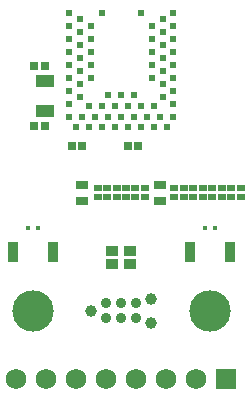
<source format=gts>
G04*
G04 #@! TF.GenerationSoftware,Altium Limited,Altium Designer,21.6.4 (81)*
G04*
G04 Layer_Color=8388736*
%FSLAX44Y44*%
%MOMM*%
G71*
G04*
G04 #@! TF.SameCoordinates,FA297D3A-E3D9-4574-8739-6FC88F1804E8*
G04*
G04*
G04 #@! TF.FilePolarity,Negative*
G04*
G01*
G75*
%ADD23R,0.5900X0.5900*%
%ADD24R,0.6500X0.6200*%
%ADD25C,0.8900*%
%ADD26R,1.1200X0.7400*%
%ADD27R,0.7200X0.7200*%
%ADD28R,0.4600X0.4500*%
%ADD29R,0.9000X1.8000*%
%ADD30R,1.6500X1.1000*%
%ADD31R,1.1000X0.9000*%
%ADD32C,1.0000*%
%ADD33C,3.5000*%
%ADD34C,1.7500*%
%ADD35R,1.7500X1.7500*%
D23*
X145000Y347000D02*
D03*
Y336000D02*
D03*
Y325000D02*
D03*
Y314000D02*
D03*
Y303000D02*
D03*
Y292000D02*
D03*
Y281000D02*
D03*
X154000Y352500D02*
D03*
Y341500D02*
D03*
Y330500D02*
D03*
Y319500D02*
D03*
Y308500D02*
D03*
Y297500D02*
D03*
Y286500D02*
D03*
Y275500D02*
D03*
X137500Y273500D02*
D03*
X126500D02*
D03*
X115500D02*
D03*
X104500D02*
D03*
X93500D02*
D03*
X82500D02*
D03*
X154000Y264500D02*
D03*
X143000D02*
D03*
X132000D02*
D03*
X121000D02*
D03*
X110000D02*
D03*
X99000D02*
D03*
X88000D02*
D03*
X77000D02*
D03*
X66000D02*
D03*
Y352500D02*
D03*
X75000Y347000D02*
D03*
X66000Y341500D02*
D03*
Y330500D02*
D03*
Y319500D02*
D03*
Y308500D02*
D03*
Y297500D02*
D03*
Y286500D02*
D03*
Y275500D02*
D03*
X75000Y336000D02*
D03*
Y325000D02*
D03*
Y314000D02*
D03*
Y303000D02*
D03*
Y292000D02*
D03*
Y281000D02*
D03*
X126500Y352500D02*
D03*
X93500D02*
D03*
X84000Y341500D02*
D03*
Y330500D02*
D03*
Y319500D02*
D03*
Y308500D02*
D03*
Y297500D02*
D03*
X99000Y282500D02*
D03*
X110000D02*
D03*
X121000D02*
D03*
X136000Y297500D02*
D03*
Y308500D02*
D03*
Y319500D02*
D03*
Y330500D02*
D03*
Y341500D02*
D03*
X71500Y255500D02*
D03*
X82500D02*
D03*
X93500D02*
D03*
X104500D02*
D03*
X115500D02*
D03*
X126500D02*
D03*
X137500D02*
D03*
X148500D02*
D03*
D24*
X122000Y204000D02*
D03*
Y196000D02*
D03*
X106000Y204000D02*
D03*
Y196000D02*
D03*
X90000Y204000D02*
D03*
Y196000D02*
D03*
X130000Y204000D02*
D03*
Y196000D02*
D03*
X114000Y204000D02*
D03*
Y196000D02*
D03*
X98000Y204000D02*
D03*
Y196000D02*
D03*
X155000D02*
D03*
Y204000D02*
D03*
X163000Y196000D02*
D03*
Y204000D02*
D03*
X195000Y196000D02*
D03*
Y204000D02*
D03*
X203000Y196000D02*
D03*
Y204000D02*
D03*
X211000Y196000D02*
D03*
Y204000D02*
D03*
X171000Y196000D02*
D03*
Y204000D02*
D03*
X179000Y196000D02*
D03*
Y204000D02*
D03*
X187000Y196000D02*
D03*
Y204000D02*
D03*
D25*
X122700Y106450D02*
D03*
Y93750D02*
D03*
X110000Y106450D02*
D03*
Y93750D02*
D03*
X97300Y106450D02*
D03*
Y93750D02*
D03*
D26*
X143000Y193150D02*
D03*
Y206850D02*
D03*
X77000Y193150D02*
D03*
Y206850D02*
D03*
D27*
X124500Y240000D02*
D03*
X115500D02*
D03*
X68000D02*
D03*
X77000D02*
D03*
X36000Y256250D02*
D03*
X45000D02*
D03*
X36000Y307500D02*
D03*
X45000D02*
D03*
D28*
X189200Y170000D02*
D03*
X180800D02*
D03*
X39200Y170000D02*
D03*
X30800D02*
D03*
D29*
X168000Y150000D02*
D03*
X202000D02*
D03*
X18000D02*
D03*
X52000D02*
D03*
D30*
X45000Y295000D02*
D03*
Y269000D02*
D03*
D31*
X102500Y150500D02*
D03*
X117500D02*
D03*
Y139500D02*
D03*
X102500D02*
D03*
D32*
X135400Y89940D02*
D03*
Y110260D02*
D03*
X84600Y100100D02*
D03*
D33*
X185000Y100000D02*
D03*
X35000D02*
D03*
D34*
X21100Y42200D02*
D03*
X46500D02*
D03*
X148100D02*
D03*
X173500D02*
D03*
X122700D02*
D03*
X97300D02*
D03*
X71900D02*
D03*
D35*
X198900D02*
D03*
M02*

</source>
